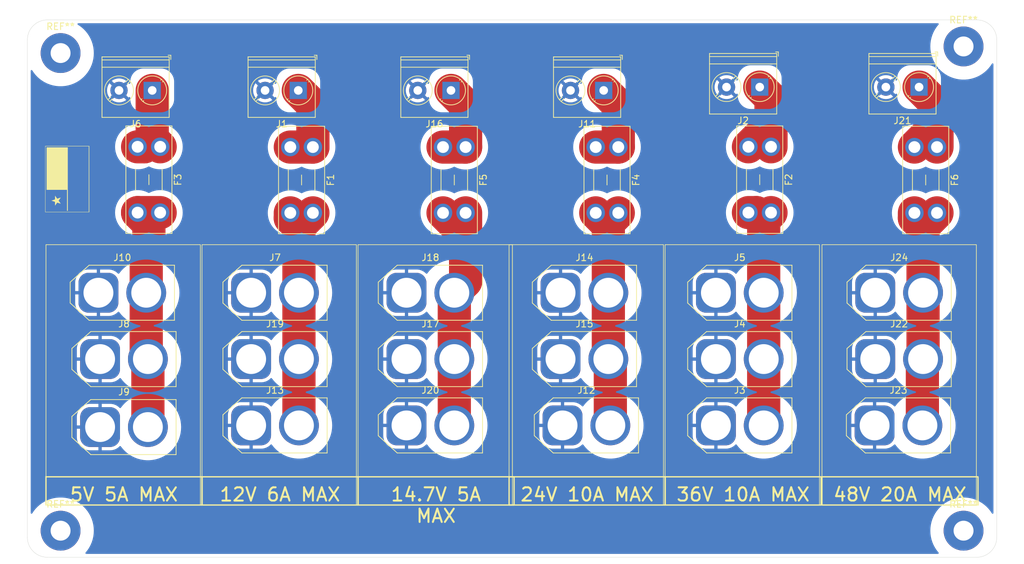
<source format=kicad_pcb>
(kicad_pcb (version 20240108) (generator "pcbnew") (generator_version "8.0")
  (layers (0 "F.Cu" signal) (31 "B.Cu" signal) (34 "B.Paste" user) (35 "F.Paste" user) (36 "B.SilkS" user "B.Silkscreen") (37 "F.SilkS" user "F.Silkscreen") (38 "B.Mask" user) (39 "F.Mask" user) (44 "Edge.Cuts" user))
  (net 0 "")
  (net 1 "Net-(J1-Pin_1)")
  (net 2 "Net-(J13-Pin_2)")
  (net 3 "Net-(J3-Pin_2)")
  (net 4 "Net-(J2-Pin_1)")
  (net 5 "Net-(J11-Pin_1)")
  (net 6 "Net-(J12-Pin_2)")
  (net 7 "Net-(J17-Pin_2)")
  (net 8 "Net-(J16-Pin_1)")
  (net 9 "Net-(J21-Pin_1)")
  (net 10 "Net-(J22-Pin_2)")
  (net 11 "Net-(J10-Pin_2)")
  (net 12 "Net-(J6-Pin_1)")
  (net 13 "GND")
  (footprint "Connector_AMASS:AMASS_XT60-M_1x02_P7.20mm_Vertical" (layer "F.Cu") (at 150.6 117.13)
    (property "Reference" "J23" (at 3.6 -5.3 180) (layer "F.SilkS"))
    (property "Value" "Conn_01x02_Pin")
    (fp_line (start -4.25 -1.6) (end -4.25 1.55) (stroke (width 0.12)) (layer "F.SilkS"))
    (fp_line (start -4.25 1.55) (end -1.4 4.15) (stroke (width 0.12)) (layer "F.SilkS"))
    (fp_line (start -1.4 -4.15) (end -4.25 -1.6) (stroke (width 0.12)) (layer "F.SilkS"))
    (fp_line (start -1.4 4.15) (end 11.45 4.15) (stroke (width 0.12)) (layer "F.SilkS"))
    (fp_line (start 11.45 -4.15) (end -1.4 -4.15) (stroke (width 0.12)) (layer "F.SilkS"))
    (fp_line (start 11.45 4.15) (end 11.45 -4.15) (stroke (width 0.12)) (layer "F.SilkS"))
    (pad "1" thru_hole roundrect (at 0 0) (size 6 6) (drill 4.5) (layers "*.Cu" "*.Mask") (net 13 "GND"))
    (pad "2" thru_hole circle (at 7.2 0) (size 6 6) (drill 4.5) (layers "*.Cu" "*.Mask") (net 10 "Net-(J22-Pin_2)"))
  )
  (footprint "Fuse:Fuseholder_Blade_Mini_Keystone_3568" (layer "F.Cu") (at 160 75.17 -90)
    (property "Reference" "F6" (at 4.96 -2.67 90) (layer "F.SilkS"))
    (property "Value" "Fuse")
    (fp_line (start -3.14 5.17) (end 13.06 5.17) (stroke (width 0.12)) (layer "F.SilkS"))
    (fp_line (start 13.06 5.17) (end 13.06 -1.77) (stroke (width 0.12)) (layer "F.SilkS"))
    (fp_line (start 6.56 3.7) (end 3.36 3.7) (stroke (width 0.12)) (layer "F.SilkS"))
    (fp_line (start 4.21 1.7) (end 5.71 1.7) (stroke (width 0.12)) (layer "F.SilkS"))
    (fp_line (start 3.36 -0.3) (end 6.56 -0.3) (stroke (width 0.12)) (layer "F.SilkS"))
    (fp_line (start -3.14 -1.77) (end -3.14 5.17) (stroke (width 0.12)) (layer "F.SilkS"))
    (fp_line (start 13.06 -1.77) (end -3.14 -1.77) (stroke (width 0.12)) (layer "F.SilkS"))
    (pad "1" thru_hole circle (at 0 0 270) (size 2.78 2.78) (drill 1.78) (layers "*.Cu" "*.Mask") (net 9 "Net-(J21-Pin_1)"))
    (pad "1" thru_hole circle (at 0 3.4 270) (size 2.78 2.78) (drill 1.78) (layers "*.Cu" "*.Mask") (net 9 "Net-(J21-Pin_1)"))
    (pad "2" thru_hole circle (at 9.92 0 270) (size 2.78 2.78) (drill 1.78) (layers "*.Cu" "*.Mask") (net 10 "Net-(J22-Pin_2)"))
    (pad "2" thru_hole circle (at 9.92 3.4 270) (size 2.78 2.78) (drill 1.78) (layers "*.Cu" "*.Mask") (net 10 "Net-(J22-Pin_2)"))
  )
  (footprint "Connector_AMASS:AMASS_XT60-M_1x02_P7.20mm_Vertical" (layer "F.Cu") (at 126.7 97.13)
    (property "Reference" "J5" (at 3.6 -5.3 0) (layer "F.SilkS"))
    (property "Value" "Conn_01x02_Pin")
    (fp_line (start -4.25 -1.6) (end -4.25 1.55) (stroke (width 0.12)) (layer "F.SilkS"))
    (fp_line (start -4.25 1.55) (end -1.4 4.15) (stroke (width 0.12)) (layer "F.SilkS"))
    (fp_line (start -1.4 -4.15) (end -4.25 -1.6) (stroke (width 0.12)) (layer "F.SilkS"))
    (fp_line (start -1.4 4.15) (end 11.45 4.15) (stroke (width 0.12)) (layer "F.SilkS"))
    (fp_line (start 11.45 -4.15) (end -1.4 -4.15) (stroke (width 0.12)) (layer "F.SilkS"))
    (fp_line (start 11.45 4.15) (end 11.45 -4.15) (stroke (width 0.12)) (layer "F.SilkS"))
    (pad "1" thru_hole roundrect (at 0 0) (size 6 6) (drill 4.5) (layers "*.Cu" "*.Mask") (net 13 "GND"))
    (pad "2" thru_hole circle (at 7.2 0) (size 6 6) (drill 4.5) (layers "*.Cu" "*.Mask") (net 3 "Net-(J3-Pin_2)"))
  )
  (footprint "Connector_AMASS:AMASS_XT60-M_1x02_P7.20mm_Vertical" (layer "F.Cu") (at 80.1 107.13)
    (property "Reference" "J17" (at 3.6 -5.3 180) (layer "F.SilkS"))
    (property "Value" "Conn_01x02_Pin")
    (fp_line (start -4.25 -1.6) (end -4.25 1.55) (stroke (width 0.12)) (layer "F.SilkS"))
    (fp_line (start -4.25 1.55) (end -1.4 4.15) (stroke (width 0.12)) (layer "F.SilkS"))
    (fp_line (start -1.4 -4.15) (end -4.25 -1.6) (stroke (width 0.12)) (layer "F.SilkS"))
    (fp_line (start -1.4 4.15) (end 11.45 4.15) (stroke (width 0.12)) (layer "F.SilkS"))
    (fp_line (start 11.45 -4.15) (end -1.4 -4.15) (stroke (width 0.12)) (layer "F.SilkS"))
    (fp_line (start 11.45 4.15) (end 11.45 -4.15) (stroke (width 0.12)) (layer "F.SilkS"))
    (pad "1" thru_hole roundrect (at 0 0) (size 6 6) (drill 4.5) (layers "*.Cu" "*.Mask") (net 13 "GND"))
    (pad "2" thru_hole circle (at 7.2 0) (size 6 6) (drill 4.5) (layers "*.Cu" "*.Mask") (net 7 "Net-(J17-Pin_2)"))
  )
  (footprint "Connector_AMASS:AMASS_XT60-M_1x02_P7.20mm_Vertical" (layer "F.Cu") (at 33.95 117.38)
    (property "Reference" "J9" (at 3.6 -5.3 180) (layer "F.SilkS"))
    (property "Value" "Conn_01x02_Pin")
    (fp_line (start -4.25 -1.6) (end -4.25 1.55) (stroke (width 0.12)) (layer "F.SilkS"))
    (fp_line (start -4.25 1.55) (end -1.4 4.15) (stroke (width 0.12)) (layer "F.SilkS"))
    (fp_line (start -1.4 -4.15) (end -4.25 -1.6) (stroke (width 0.12)) (layer "F.SilkS"))
    (fp_line (start -1.4 4.15) (end 11.45 4.15) (stroke (width 0.12)) (layer "F.SilkS"))
    (fp_line (start 11.45 -4.15) (end -1.4 -4.15) (stroke (width 0.12)) (layer "F.SilkS"))
    (fp_line (start 11.45 4.15) (end 11.45 -4.15) (stroke (width 0.12)) (layer "F.SilkS"))
    (pad "1" thru_hole roundrect (at 0 0) (size 6 6) (drill 4.5) (layers "*.Cu" "*.Mask") (net 13 "GND"))
    (pad "2" thru_hole circle (at 7.2 0) (size 6 6) (drill 4.5) (layers "*.Cu" "*.Mask") (net 11 "Net-(J10-Pin_2)"))
  )
  (footprint "Connector_AMASS:AMASS_XT60-M_1x02_P7.20mm_Vertical" (layer "F.Cu") (at 103.6 117.13)
    (property "Reference" "J12" (at 3.6 -5.3 180) (layer "F.SilkS"))
    (property "Value" "Conn_01x02_Pin")
    (fp_line (start -4.25 -1.6) (end -4.25 1.55) (stroke (width 0.12)) (layer "F.SilkS"))
    (fp_line (start -4.25 1.55) (end -1.4 4.15) (stroke (width 0.12)) (layer "F.SilkS"))
    (fp_line (start -1.4 -4.15) (end -4.25 -1.6) (stroke (width 0.12)) (layer "F.SilkS"))
    (fp_line (start -1.4 4.15) (end 11.45 4.15) (stroke (width 0.12)) (layer "F.SilkS"))
    (fp_line (start 11.45 -4.15) (end -1.4 -4.15) (stroke (width 0.12)) (layer "F.SilkS"))
    (fp_line (start 11.45 4.15) (end 11.45 -4.15) (stroke (width 0.12)) (layer "F.SilkS"))
    (pad "1" thru_hole roundrect (at 0 0) (size 6 6) (drill 4.5) (layers "*.Cu" "*.Mask") (net 13 "GND"))
    (pad "2" thru_hole circle (at 7.2 0) (size 6 6) (drill 4.5) (layers "*.Cu" "*.Mask") (net 6 "Net-(J12-Pin_2)"))
  )
  (footprint "MountingHole:MountingHole_3mm_Pad" (layer "F.Cu") (at 28 61)
    (property "Reference" "REF**" (at 0 -4 0) (layer "F.SilkS"))
    (property "Value" "MountingHole_3mm_Pad")
    (pad "1" thru_hole circle (at 0 0) (size 6 6) (drill 3) (layers "*.Cu" "*.Mask"))
  )
  (footprint "Fuse:Fuseholder_Blade_Mini_Keystone_3568" (layer "F.Cu") (at 66 75.17 -90)
    (property "Reference" "F1" (at 4.96 -2.67 90) (layer "F.SilkS"))
    (property "Value" "Fuse")
    (fp_line (start -3.14 5.17) (end 13.06 5.17) (stroke (width 0.12)) (layer "F.SilkS"))
    (fp_line (start 13.06 5.17) (end 13.06 -1.77) (stroke (width 0.12)) (layer "F.SilkS"))
    (fp_line (start 6.56 3.7) (end 3.36 3.7) (stroke (width 0.12)) (layer "F.SilkS"))
    (fp_line (start 4.21 1.7) (end 5.71 1.7) (stroke (width 0.12)) (layer "F.SilkS"))
    (fp_line (start 3.36 -0.3) (end 6.56 -0.3) (stroke (width 0.12)) (layer "F.SilkS"))
    (fp_line (start -3.14 -1.77) (end -3.14 5.17) (stroke (width 0.12)) (layer "F.SilkS"))
    (fp_line (start 13.06 -1.77) (end -3.14 -1.77) (stroke (width 0.12)) (layer "F.SilkS"))
    (pad "1" thru_hole circle (at 0 0 270) (size 2.78 2.78) (drill 1.78) (layers "*.Cu" "*.Mask") (net 1 "Net-(J1-Pin_1)"))
    (pad "1" thru_hole circle (at 0 3.4 270) (size 2.78 2.78) (drill 1.78) (layers "*.Cu" "*.Mask") (net 1 "Net-(J1-Pin_1)"))
    (pad "2" thru_hole circle (at 9.92 0 270) (size 2.78 2.78) (drill 1.78) (layers "*.Cu" "*.Mask") (net 2 "Net-(J13-Pin_2)"))
    (pad "2" thru_hole circle (at 9.92 3.4 270) (size 2.78 2.78) (drill 1.78) (layers "*.Cu" "*.Mask") (net 2 "Net-(J13-Pin_2)"))
  )
  (footprint "Connector_AMASS:AMASS_XT60-M_1x02_P7.20mm_Vertical" (layer "F.Cu") (at 80.1 117.13)
    (property "Reference" "J20" (at 3.6 -5.3 180) (layer "F.SilkS"))
    (property "Value" "Conn_01x02_Pin")
    (fp_line (start -4.25 -1.6) (end -4.25 1.55) (stroke (width 0.12)) (layer "F.SilkS"))
    (fp_line (start -4.25 1.55) (end -1.4 4.15) (stroke (width 0.12)) (layer "F.SilkS"))
    (fp_line (start -1.4 -4.15) (end -4.25 -1.6) (stroke (width 0.12)) (layer "F.SilkS"))
    (fp_line (start -1.4 4.15) (end 11.45 4.15) (stroke (width 0.12)) (layer "F.SilkS"))
    (fp_line (start 11.45 -4.15) (end -1.4 -4.15) (stroke (width 0.12)) (layer "F.SilkS"))
    (fp_line (start 11.45 4.15) (end 11.45 -4.15) (stroke (width 0.12)) (layer "F.SilkS"))
    (pad "1" thru_hole roundrect (at 0 0) (size 6 6) (drill 4.5) (layers "*.Cu" "*.Mask") (net 13 "GND"))
    (pad "2" thru_hole circle (at 7.2 0) (size 6 6) (drill 4.5) (layers "*.Cu" "*.Mask") (net 7 "Net-(J17-Pin_2)"))
  )
  (footprint "MountingHole:MountingHole_3mm_Pad" (layer "F.Cu") (at 164 133)
    (property "Reference" "REF**" (at 0 -4 0) (layer "F.SilkS"))
    (property "Value" "MountingHole_3mm_Pad")
    (pad "1" thru_hole circle (at 0 0) (size 6 6) (drill 3) (layers "*.Cu" "*.Mask"))
  )
  (footprint "Connector_AMASS:AMASS_XT60-M_1x02_P7.20mm_Vertical" (layer "F.Cu") (at 56.7 117.13)
    (property "Reference" "J13" (at 3.6 -5.3 180) (layer "F.SilkS"))
    (property "Value" "Conn_01x02_Pin")
    (fp_line (start -4.25 -1.6) (end -4.25 1.55) (stroke (width 0.12)) (layer "F.SilkS"))
    (fp_line (start -4.25 1.55) (end -1.4 4.15) (stroke (width 0.12)) (layer "F.SilkS"))
    (fp_line (start -1.4 -4.15) (end -4.25 -1.6) (stroke (width 0.12)) (layer "F.SilkS"))
    (fp_line (start -1.4 4.15) (end 11.45 4.15) (stroke (width 0.12)) (layer "F.SilkS"))
    (fp_line (start 11.45 -4.15) (end -1.4 -4.15) (stroke (width 0.12)) (layer "F.SilkS"))
    (fp_line (start 11.45 4.15) (end 11.45 -4.15) (stroke (width 0.12)) (layer "F.SilkS"))
    (pad "1" thru_hole roundrect (at 0 0) (size 6 6) (drill 4.5) (layers "*.Cu" "*.Mask") (net 13 "GND"))
    (pad "2" thru_hole circle (at 7.2 0) (size 6 6) (drill 4.5) (layers "*.Cu" "*.Mask") (net 2 "Net-(J13-Pin_2)"))
  )
  (footprint "TerminalBlock_Phoenix:TerminalBlock_Phoenix_PT-1,5-2-5.0-H_1x02_P5.00mm_Horizontal" (layer "F.Cu") (at 133.3 66.13 180)
    (property "Reference" "J2" (at 2.5 -5.06 0) (layer "F.SilkS"))
    (property "Value" "Screw_Terminal_01x02")
    (fp_line (start 7.56 -4.06) (end 7.56 5.06) (stroke (width 0.12)) (layer "F.SilkS"))
    (fp_line (start 6.654 -1.388) (end 6.259 -0.992) (stroke (width 0.12)) (layer "F.SilkS"))
    (fp_line (start 6.388 -1.654) (end 6.008 -1.274) (stroke (width 0.12)) (layer "F.SilkS"))
    (fp_line (start 3.993 1.274) (end 3.613 1.654) (stroke (width 0.12)) (layer "F.SilkS"))
    (fp_line (start 3.742 0.992) (end 3.347 1.388) (stroke (width 0.12)) (layer "F.SilkS"))
    (fp_line (start 1.654 -1.388) (end 1.547 -1.281) (stroke (width 0.12)) (layer "F.SilkS"))
    (fp_line (start 1.388 -1.654) (end 1.281 -1.547) (stroke (width 0.12)) (layer "F.SilkS"))
    (fp_line (start -1.282 1.547) (end -1.388 1.654) (stroke (width 0.12)) (layer "F.SilkS"))
    (fp_line (start -1.548 1.281) (end -1.654 1.388) (stroke (width 0.12)) (layer "F.SilkS"))
    (fp_line (start -2.56 5.06) (end 7.56 5.06) (stroke (width 0.12)) (layer "F.SilkS"))
    (fp_line (start -2.56 4.6) (end 7.56 4.6) (stroke (width 0.12)) (layer "F.SilkS"))
    (fp_line (start -2.56 3.5) (end 7.56 3.5) (stroke (width 0.12)) (layer "F.SilkS"))
    (fp_line (start -2.56 -4.06) (end 7.56 -4.06) (stroke (width 0.12)) (layer "F.SilkS"))
    (fp_line (start -2.56 -4.06) (end -2.56 5.06) (stroke (width 0.12)) (layer "F.SilkS"))
    (fp_line (start -2.8 5.3) (end -2.4 5.3) (stroke (width 0.12)) (layer "F.SilkS"))
    (fp_line (start -2.8 4.66) (end -2.8 5.3) (stroke (width 0.12)) (layer "F.SilkS"))
    (fp_circle (center 5 0) (end 7.18 0) (stroke (width 0.12)) (fill none) (layer "F.SilkS"))
    (fp_circle (center 0 0) (end 2.18 0) (stroke (width 0.12)) (fill none) (layer "F.SilkS"))
    (pad "1" thru_hole rect (at 0 0 180) (size 2.6 2.6) (drill 1.3) (layers "*.Cu" "*.Mask") (net 4 "Net-(J2-Pin_1)"))
    (pad "2" thru_hole circle (at 5 0 180) (size 2.6 2.6) (drill 1.3) (layers "*.Cu" "*.Mask") (net 13 "GND"))
  )
  (footprint "Connector_AMASS:AMASS_XT60-M_1x02_P7.20mm_Vertical" (layer "F.Cu") (at 126.7 107.13)
    (property "Reference" "J4" (at 3.6 -5.3 0) (layer "F.SilkS"))
    (property "Value" "Conn_01x02_Pin")
    (fp_line (start -4.25 -1.6) (end -4.25 1.55) (stroke (width 0.12)) (layer "F.SilkS"))
    (fp_line (start -4.25 1.55) (end -1.4 4.15) (stroke (width 0.12)) (layer "F.SilkS"))
    (fp_line (start -1.4 -4.15) (end -4.25 -1.6) (stroke (width 0.12)) (layer "F.SilkS"))
    (fp_line (start -1.4 4.15) (end 11.45 4.15) (stroke (width 0.12)) (layer "F.SilkS"))
    (fp_line (start 11.45 -4.15) (end -1.4 -4.15) (stroke (width 0.12)) (layer "F.SilkS"))
    (fp_line (start 11.45 4.15) (end 11.45 -4.15) (stroke (width 0.12)) (layer "F.SilkS"))
    (pad "1" thru_hole roundrect (at 0 0) (size 6 6) (drill 4.5) (layers "*.Cu" "*.Mask") (net 13 "GND"))
    (pad "2" thru_hole circle (at 7.2 0) (size 6 6) (drill 4.5) (layers "*.Cu" "*.Mask") (net 3 "Net-(J3-Pin_2)"))
  )
  (footprint "Connector_AMASS:AMASS_XT60-M_1x02_P7.20mm_Vertical" (layer "F.Cu") (at 80.1 97.13)
    (property "Reference" "J18" (at 3.6 -5.3 180) (layer "F.SilkS"))
    (property "Value" "Conn_01x02_Pin")
    (fp_line (start -4.25 -1.6) (end -4.25 1.55) (stroke (width 0.12)) (layer "F.SilkS"))
    (fp_line (start -4.25 1.55) (end -1.4 4.15) (stroke (width 0.12)) (layer "F.SilkS"))
    (fp_line (start -1.4 -4.15) (end -4.25 -1.6) (stroke (width 0.12)) (layer "F.SilkS"))
    (fp_line (start -1.4 4.15) (end 11.45 4.15) (stroke (width 0.12)) (layer "F.SilkS"))
    (fp_line (start 11.45 -4.15) (end -1.4 -4.15) (stroke (width 0.12)) (layer "F.SilkS"))
    (fp_line (start 11.45 4.15) (end 11.45 -4.15) (stroke (width 0.12)) (layer "F.SilkS"))
    (pad "1" thru_hole roundrect (at 0 0) (size 6 6) (drill 4.5) (layers "*.Cu" "*.Mask") (net 13 "GND"))
    (pad "2" thru_hole circle (at 7.2 0) (size 6 6) (drill 4.5) (layers "*.Cu" "*.Mask") (net 7 "Net-(J17-Pin_2)"))
  )
  (footprint "Connector_AMASS:AMASS_XT60-M_1x02_P7.20mm_Vertical" (layer "F.Cu") (at 33.95 107.13)
    (property "Reference" "J8" (at 3.6 -5.3 180) (layer "F.SilkS"))
    (property "Value" "Conn_01x02_Pin")
    (fp_line (start -4.25 -1.6) (end -4.25 1.55) (stroke (width 0.12)) (layer "F.SilkS"))
    (fp_line (start -4.25 1.55) (end -1.4 4.15) (stroke (width 0.12)) (layer "F.SilkS"))
    (fp_line (start -1.4 -4.15) (end -4.25 -1.6) (stroke (width 0.12)) (layer "F.SilkS"))
    (fp_line (start -1.4 4.15) (end 11.45 4.15) (stroke (width 0.12)) (layer "F.SilkS"))
    (fp_line (start 11.45 -4.15) (end -1.4 -4.15) (stroke (width 0.12)) (layer "F.SilkS"))
    (fp_line (start 11.45 4.15) (end 11.45 -4.15) (stroke (width 0.12)) (layer "F.SilkS"))
    (pad "1" thru_hole roundrect (at 0 0) (size 6 6) (drill 4.5) (layers "*.Cu" "*.Mask") (net 13 "GND"))
    (pad "2" thru_hole circle (at 7.2 0) (size 6 6) (drill 4.5) (layers "*.Cu" "*.Mask") (net 11 "Net-(J10-Pin_2)"))
  )
  (footprint "Fuse:Fuseholder_Blade_Mini_Keystone_3568" (layer "F.Cu") (at 89 75.17 -90)
    (property "Reference" "F5" (at 4.96 -2.67 90) (layer "F.SilkS"))
    (property "Value" "Fuse")
    (fp_line (start -3.14 5.17) (end 13.06 5.17) (stroke (width 0.12)) (layer "F.SilkS"))
    (fp_line (start 13.06 5.17) (end 13.06 -1.77) (stroke (width 0.12)) (layer "F.SilkS"))
    (fp_line (start 6.56 3.7) (end 3.36 3.7) (stroke (width 0.12)) (layer "F.SilkS"))
    (fp_line (start 4.21 1.7) (end 5.71 1.7) (stroke (width 0.12)) (layer "F.SilkS"))
    (fp_line (start 3.36 -0.3) (end 6.56 -0.3) (stroke (width 0.12)) (layer "F.SilkS"))
    (fp_line (start -3.14 -1.77) (end -3.14 5.17) (stroke (width 0.12)) (layer "F.SilkS"))
    (fp_line (start 13.06 -1.77) (end -3.14 -1.77) (stroke (width 0.12)) (layer "F.SilkS"))
    (pad "1" thru_hole circle (at 0 0 270) (size 2.78 2.78) (drill 1.78) (layers "*.Cu" "*.Mask") (net 8 "Net-(J16-Pin_1)"))
    (pad "1" thru_hole circle (at 0 3.4 270) (size 2.78 2.78) (drill 1.78) (layers "*.Cu" "*.Mask") (net 8 "Net-(J16-Pin_1)"))
    (pad "2" thru_hole circle (at 9.92 0 270) (size 2.78 2.78) (drill 1.78) (layers "*.Cu" "*.Mask") (net 7 "Net-(J17-Pin_2)"))
    (pad "2" thru_hole circle (at 9.92 3.4 270) (size 2.78 2.78) (drill 1.78) (layers "*.Cu" "*.Mask") (net 7 "Net-(J17-Pin_2)"))
  )
  (footprint "Connector_AMASS:AMASS_XT60-M_1x02_P7.20mm_Vertical" (layer "F.Cu") (at 56.7 97.13)
    (property "Reference" "J7" (at 3.6 -5.3 180) (layer "F.SilkS"))
    (property "Value" "Conn_01x02_Pin")
    (fp_line (start -4.25 -1.6) (end -4.25 1.55) (stroke (width 0.12)) (layer "F.SilkS"))
    (fp_line (start -4.25 1.55) (end -1.4 4.15) (stroke (width 0.12)) (layer "F.SilkS"))
    (fp_line (start -1.4 -4.15) (end -4.25 -1.6) (stroke (width 0.12)) (layer "F.SilkS"))
    (fp_line (start -1.4 4.15) (end 11.45 4.15) (stroke (width 0.12)) (layer "F.SilkS"))
    (fp_line (start 11.45 -4.15) (end -1.4 -4.15) (stroke (width 0.12)) (layer "F.SilkS"))
    (fp_line (start 11.45 4.15) (end 11.45 -4.15) (stroke (width 0.12)) (layer "F.SilkS"))
    (pad "1" thru_hole roundrect (at 0 0) (size 6 6) (drill 4.5) (layers "*.Cu" "*.Mask") (net 13 "GND"))
    (pad "2" thru_hole circle (at 7.2 0) (size 6 6) (drill 4.5) (layers "*.Cu" "*.Mask") (net 2 "Net-(J13-Pin_2)"))
  )
  (footprint "Connector_AMASS:AMASS_XT60-M_1x02_P7.20mm_Vertical" (layer "F.Cu") (at 150.7 97.13)
    (property "Reference" "J24" (at 3.6 -5.3 180) (layer "F.SilkS"))
    (property "Value" "Conn_01x02_Pin")
    (fp_line (start -4.25 -1.6) (end -4.25 1.55) (stroke (width 0.12)) (layer "F.SilkS"))
    (fp_line (start -4.25 1.55) (end -1.4 4.15) (stroke (width 0.12)) (layer "F.SilkS"))
    (fp_line (start -1.4 -4.15) (end -4.25 -1.6) (stroke (width 0.12)) (layer "F.SilkS"))
    (fp_line (start -1.4 4.15) (end 11.45 4.15) (stroke (width 0.12)) (layer "F.SilkS"))
    (fp_line (start 11.45 -4.15) (end -1.4 -4.15) (stroke (width 0.12)) (layer "F.SilkS"))
    (fp_line (start 11.45 4.15) (end 11.45 -4.15) (stroke (width 0.12)) (layer "F.SilkS"))
    (pad "1" thru_hole roundrect (at 0 0) (size 6 6) (drill 4.5) (layers "*.Cu" "*.Mask") (net 13 "GND"))
    (pad "2" thru_hole circle (at 7.2 0) (size 6 6) (drill 4.5) (layers "*.Cu" "*.Mask") (net 10 "Net-(J22-Pin_2)"))
  )
  (footprint "Connector_AMASS:AMASS_XT60-M_1x02_P7.20mm_Vertical" (layer "F.Cu") (at 103.3 107.13)
    (property "Reference" "J15" (at 3.6 -5.3 180) (layer "F.SilkS"))
    (property "Value" "Conn_01x02_Pin")
    (fp_line (start -4.25 -1.6) (end -4.25 1.55) (stroke (width 0.12)) (layer "F.SilkS"))
    (fp_line (start -4.25 1.55) (end -1.4 4.15) (stroke (width 0.12)) (layer "F.SilkS"))
    (fp_line (start -1.4 -4.15) (end -4.25 -1.6) (stroke (width 0.12)) (layer "F.SilkS"))
    (fp_line (start -1.4 4.15) (end 11.45 4.15) (stroke (width 0.12)) (layer "F.SilkS"))
    (fp_line (start 11.45 -4.15) (end -1.4 -4.15) (stroke (width 0.12)) (layer "F.SilkS"))
    (fp_line (start 11.45 4.15) (end 11.45 -4.15) (stroke (width 0.12)) (layer "F.SilkS"))
    (pad "1" thru_hole roundrect (at 0 0) (size 6 6) (drill 4.5) (layers "*.Cu" "*.Mask") (net 13 "GND"))
    (pad "2" thru_hole circle (at 7.2 0) (size 6 6) (drill 4.5) (layers "*.Cu" "*.Mask") (net 6 "Net-(J12-Pin_2)"))
  )
  (footprint "Fuse:Fuseholder_Blade_Mini_Keystone_3568" (layer "F.Cu") (at 43 75.13 -90)
    (property "Reference" "F3" (at 4.96 -2.67 90) (layer "F.SilkS"))
    (property "Value" "Fuse")
    (fp_line (start -3.14 5.17) (end 13.06 5.17) (stroke (width 0.12)) (layer "F.SilkS"))
    (fp_line (start 13.06 5.17) (end 13.06 -1.77) (stroke (width 0.12)) (layer "F.SilkS"))
    (fp_line (start 6.56 3.7) (end 3.36 3.7) (stroke (width 0.12)) (layer "F.SilkS"))
    (fp_line (start 4.21 1.7) (end 5.71 1.7) (stroke (width 0.12)) (layer "F.SilkS"))
    (fp_line (start 3.36 -0.3) (end 6.56 -0.3) (stroke (width 0.12)) (layer "F.SilkS"))
    (fp_line (start -3.14 -1.77) (end -3.14 5.17) (stroke (width 0.12)) (layer "F.SilkS"))
    (fp_line (start 13.06 -1.77) (end -3.14 -1.77) (stroke (width 0.12)) (layer "F.SilkS"))
    (pad "1" thru_hole circle (at 0 0 270) (size 2.78 2.78) (drill 1.78) (layers "*.Cu" "*.Mask") (net 12 "Net-(J6-Pin_1)"))
    (pad "1" thru_hole circle (at 0 3.4 270) (size 2.78 2.78) (drill 1.78) (layers "*.Cu" "*.Mask") (net 12 "Net-(J6-Pin_1)"))
    (pad "2" thru_hole circle (at 9.92 0 270) (size 2.78 2.78) (drill 1.78) (layers "*.Cu" "*.Mask") (net 11 "Net-(J10-Pin_2)"))
    (pad "2" thru_hole circle (at 9.92 3.4 270) (size 2.78 2.78) (drill 1.78) (layers "*.Cu" "*.Mask") (net 11 "Net-(J10-Pin_2)"))
  )
  (footprint "TerminalBlock_Phoenix:TerminalBlock_Phoenix_PT-1,5-2-5.0-H_1x02_P5.00mm_Horizontal" (layer "F.Cu") (at 41.8 66.63 180)
    (property "Reference" "J6" (at 2.5 -5.06 0) (layer "F.SilkS"))
    (property "Value" "Screw_Terminal_01x02")
    (fp_line (start 7.56 -4.06) (end 7.56 5.06) (stroke (width 0.12)) (layer "F.SilkS"))
    (fp_line (start 6.654 -1.388) (end 6.259 -0.992) (stroke (width 0.12)) (layer "F.SilkS"))
    (fp_line (start 6.388 -1.654) (end 6.008 -1.274) (stroke (width 0.12)) (layer "F.SilkS"))
    (fp_line (start 3.993 1.274) (end 3.613 1.654) (stroke (width 0.12)) (layer "F.SilkS"))
    (fp_line (start 3.742 0.992) (end 3.347 1.388) (stroke (width 0.12)) (layer "F.SilkS"))
    (fp_line (start 1.654 -1.388) (end 1.547 -1.281) (stroke (width 0.12)) (layer "F.SilkS"))
    (fp_line (start 1.388 -1.654) (end 1.281 -1.547) (stroke (width 0.12)) (layer "F.SilkS"))
    (fp_line (start -1.282 1.547) (end -1.388 1.654) (stroke (width 0.12)) (layer "F.SilkS"))
    (fp_line (start -1.548 1.281) (end -1.654 1.388) (stroke (width 0.12)) (layer "F.SilkS"))
    (fp_line (start -2.56 5.06) (end 7.56 5.06) (stroke (width 0.12)) (layer "F.SilkS"))
    (fp_line (start -2.56 4.6) (end 7.56 4.6) (stroke (width 0.12)) (layer "F.SilkS"))
    (fp_line (start -2.56 3.5) (end 7.56 3.5) (stroke (width 0.12)) (layer "F.SilkS"))
    (fp_line (start -2.56 -4.06) (end 7.56 -4.06) (stroke (width 0.12)) (layer "F.SilkS"))
    (fp_line (start -2.56 -4.06) (end -2.56 5.06) (stroke (width 0.12)) (layer "F.SilkS"))
    (fp_line (start -2.8 5.3) (end -2.4 5.3) (stroke (width 0.12)) (layer "F.SilkS"))
    (fp_line (start -2.8 4.66) (end -2.8 5.3) (stroke (width 0.12)) (layer "F.SilkS"))
    (fp_circle (center 5 0) (end 7.18 0) (stroke (width 0.12)) (fill none) (layer "F.SilkS"))
    (fp_circle (center 0 0) (end 2.18 0) (stroke (width 0.12)) (fill none) (layer "F.SilkS"))
    (pad "1" thru_hole rect (at 0 0 180) (size 2.6 2.6) (drill 1.3) (layers "*.Cu" "*.Mask") (net 12 "Net-(J6-Pin_1)"))
    (pad "2" thru_hole circle (at 5 0 180) (size 2.6 2.6) (drill 1.3) (layers "*.Cu" "*.Mask") (net 13 "GND"))
  )
  (footprint "TerminalBlock_Phoenix:TerminalBlock_Phoenix_PT-1,5-2-5.0-H_1x02_P5.00mm_Horizontal" (layer "F.Cu") (at 86.8 66.63 180)
    (property "Reference" "J16" (at 2.5 -5.06 0) (layer "F.SilkS"))
    (property "Value" "Screw_Terminal_01x02")
    (fp_line (start 7.56 -4.06) (end 7.56 5.06) (stroke (width 0.12)) (layer "F.SilkS"))
    (fp_line (start 6.654 -1.388) (end 6.259 -0.992) (stroke (width 0.12)) (layer "F.SilkS"))
    (fp_line (start 6.388 -1.654) (end 6.008 -1.274) (stroke (width 0.12)) (layer "F.SilkS"))
    (fp_line (start 3.993 1.274) (end 3.613 1.654) (stroke (width 0.12)) (layer "F.SilkS"))
    (fp_line (start 3.742 0.992) (end 3.347 1.388) (stroke (width 0.12)) (layer "F.SilkS"))
    (fp_line (start 1.654 -1.388) (end 1.547 -1.281) (stroke (width 0.12)) (layer "F.SilkS"))
    (fp_line (start 1.388 -1.654) (end 1.281 -1.547) (stroke (width 0.12)) (layer "F.SilkS"))
    (fp_line (start -1.282 1.547) (end -1.388 1.654) (stroke (width 0.12)) (layer "F.SilkS"))
    (fp_line (start -1.548 1.281) (end -1.654 1.388) (stroke (width 0.12)) (layer "F.SilkS"))
    (fp_line (start -2.56 5.06) (end 7.56 5.06) (stroke (width 0.12)) (layer "F.SilkS"))
    (fp_line (start -2.56 4.6) (end 7.56 4.6) (stroke (width 0.12)) (layer "F.SilkS"))
    (fp_line (start -2.56 3.5) (end 7.56 3.5) (stroke (width 0.12)) (layer "F.SilkS"))
    (fp_line (start -2.56 -4.06) (end 7.56 -4.06) (stroke (width 0.12)) (layer "F.SilkS"))
    (fp_line (start -2.56 -4.06) (end -2.56 5.06) (stroke (width 0.12)) (layer "F.SilkS"))
    (fp_line (start -2.8 5.3) (end -2.4 5.3) (stroke (width 0.12)) (layer "F.SilkS"))
    (fp_line (start -2.8 4.66) (end -2.8 5.3) (stroke (width 0.12)) (layer "F.SilkS"))
    (fp_circle (center 5 0) (end 7.18 0) (stroke (width 0.12)) (fill none) (layer "F.SilkS"))
    (fp_circle (center 0 0) (end 2.18 0) (stroke (width 0.12)) (fill none) (layer "F.SilkS"))
    (pad "1" thru_hole rect (at 0 0 180) (size 2.6 2.6) (drill 1.3) (layers "*.Cu" "*.Mask") (net 8 "Net-(J16-Pin_1)"))
    (pad "2" thru_hole circle (at 5 0 180) (size 2.6 2.6) (drill 1.3) (layers "*.Cu" "*.Mask") (net 13 "GND"))
  )
  (footprint "TerminalBlock_Phoenix:TerminalBlock_Phoenix_PT-1,5-2-5.0-H_1x02_P5.00mm_Horizontal" (layer "F.Cu") (at 109.8 66.63 180)
    (property "Reference" "J11" (at 2.5 -5.06 0) (layer "F.SilkS"))
    (property "Value" "Screw_Terminal_01x02")
    (fp_line (start 7.56 -4.06) (end 7.56 5.06) (stroke (width 0.12)) (layer "F.SilkS"))
    (fp_line (start 6.654 -1.388) (end 6.259 -0.992) (stroke (width 0.12)) (layer "F.SilkS"))
    (fp_line (start 6.388 -1.654) (end 6.008 -1.274) (stroke (width 0.12)) (layer "F.SilkS"))
    (fp_line (start 3.993 1.274) (end 3.613 1.654) (stroke (width 0.12)) (layer "F.SilkS"))
    (fp_line (start 3.742 0.992) (end 3.347 1.388) (stroke (width 0.12)) (layer "F.SilkS"))
    (fp_line (start 1.654 -1.388) (end 1.547 -1.281) (stroke (width 0.12)) (layer "F.SilkS"))
    (fp_line (start 1.388 -1.654) (end 1.281 -1.547) (stroke (width 0.12)) (layer "F.SilkS"))
    (fp_line (start -1.282 1.547) (end -1.388 1.654) (stroke (width 0.12)) (layer "F.SilkS"))
    (fp_line (start -1.548 1.281) (end -1.654 1.388) (stroke (width 0.12)) (layer "F.SilkS"))
    (fp_line (start -2.56 5.06) (end 7.56 5.06) (stroke (width 0.12)) (layer "F.SilkS"))
    (fp_line (start -2.56 4.6) (end 7.56 4.6) (stroke (width 0.12)) (layer "F.SilkS"))
    (fp_line (start -2.56 3.5) (end 7.56 3.5) (stroke (width 0.12)) (layer "F.SilkS"))
    (fp_line (start -2.56 -4.06) (end 7.56 -4.06) (stroke (width 0.12)) (layer "F.SilkS"))
    (fp_line (start -2.56 -4.06) (end -2.56 5.06) (stroke (width 0.12)) (layer "F.SilkS"))
    (fp_line (start -2.8 5.3) (end -2.4 5.3) (stroke (width 0.12)) (layer "F.SilkS"))
    (fp_line (start -2.8 4.66) (end -2.8 5.3) (stroke (width 0.12)) (layer "F.SilkS"))
    (fp_circle (center 5 0) (end 7.18 0) (stroke (width 0.12)) (fill none) (layer "F.SilkS"))
    (fp_circle (center 0 0) (end 2.18 0) (stroke (width 0.12)) (fill none) (layer "F.SilkS"))
    (pad "1" thru_hole rect (at 0 0 180) (size 2.6 2.6) (drill 1.3) (layers "*.Cu" "*.Mask") (net 5 "Net-(J11-Pin_1)"))
    (pad "2" thru_hole circle (at 5 0 180) (size 2.6 2.6) (drill 1.3) (layers "*.Cu" "*.Mask") (net 13 "GND"))
  )
  (footprint "Connector_AMASS:AMASS_XT60-M_1x02_P7.20mm_Vertical" (layer "F.Cu") (at 126.7 117.13)
    (property "Reference" "J3" (at 3.6 -5.3 0) (layer "F.SilkS"))
    (property "Value" "Conn_01x02_Pin")
    (fp_line (start -4.25 -1.6) (end -4.25 1.55) (stroke (width 0.12)) (layer "F.SilkS"))
    (fp_line (start -4.25 1.55) (end -1.4 4.15) (stroke (width 0.12)) (layer "F.SilkS"))
    (fp_line (start -1.4 -4.15) (end -4.25 -1.6) (stroke (width 0.12)) (layer "F.SilkS"))
    (fp_line (start -1.4 4.15) (end 11.45 4.15) (stroke (width 0.12)) (layer "F.SilkS"))
    (fp_line (start 11.45 -4.15) (end -1.4 -4.15) (stroke (width 0.12)) (layer "F.SilkS"))
    (fp_line (start 11.45 4.15) (end 11.45 -4.15) (stroke (width 0.12)) (layer "F.SilkS"))
    (pad "1" thru_hole roundrect (at 0 0) (size 6 6) (drill 4.5) (layers "*.Cu" "*.Mask") (net 13 "GND"))
    (pad "2" thru_hole circle (at 7.2 0) (size 6 6) (drill 4.5) (layers "*.Cu" "*.Mask") (net 3 "Net-(J3-Pin_2)"))
  )
  (footprint "TerminalBlock_Phoenix:TerminalBlock_Phoenix_PT-1,5-2-5.0-H_1x02_P5.00mm_Horizontal" (layer "F.Cu") (at 63.8 66.63 180)
    (property "Reference" "J1" (at 2.5 -5.06 0) (layer "F.SilkS"))
    (property "Value" "Screw_Terminal_01x02")
    (fp_line (start 7.56 -4.06) (end 7.56 5.06) (stroke (width 0.12)) (layer "F.SilkS"))
    (fp_line (start 6.654 -1.388) (end 6.259 -0.992) (stroke (width 0.12)) (layer "F.SilkS"))
    (fp_line (start 6.388 -1.654) (end 6.008 -1.274) (stroke (width 0.12)) (layer "F.SilkS"))
    (fp_line (start 3.993 1.274) (end 3.613 1.654) (stroke (width 0.12)) (layer "F.SilkS"))
    (fp_line (start 3.742 0.992) (end 3.347 1.388) (stroke (width 0.12)) (layer "F.SilkS"))
    (fp_line (start 1.654 -1.388) (end 1.547 -1.281) (stroke (width 0.12)) (layer "F.SilkS"))
    (fp_line (start 1.388 -1.654) (end 1.281 -1.547) (stroke (width 0.12)) (layer "F.SilkS"))
    (fp_line (start -1.282 1.547) (end -1.388 1.654) (stroke (width 0.12)) (layer "F.SilkS"))
    (fp_line (start -1.548 1.281) (end -1.654 1.388) (stroke (width 0.12)) (layer "F.SilkS"))
    (fp_line (start -2.56 5.06) (end 7.56 5.06) (stroke (width 0.12)) (layer "F.SilkS"))
    (fp_line (start -2.56 4.6) (end 7.56 4.6) (stroke (width 0.12)) (layer "F.SilkS"))
    (fp_line (start -2.56 3.5) (end 7.56 3.5) (stroke (width 0.12)) (layer "F.SilkS"))
    (fp_line (start -2.56 -4.06) (end 7.56 -4.06) (stroke (width 0.12)) (layer "F.SilkS"))
    (fp_line (start -2.56 -4.06) (end -2.56 5.06) (stroke (width 0.12)) (layer "F.SilkS"))
    (fp_line (start -2.8 5.3) (end -2.4 5.3) (stroke (width 0.12)) (layer "F.SilkS"))
    (fp_line (start -2.8 4.66) (end -2.8 5.3) (stroke (width 0.12)) (layer "F.SilkS"))
    (fp_circle (center 5 0) (end 7.18 0) (stroke (width 0.12)) (fill none) (layer "F.SilkS"))
    (fp_circle (center 0 0) (end 2.18 0) (stroke (width 0.12)) (fill none) (layer "F.SilkS"))
    (pad "1" thru_hole rect (at 0 0 180) (size 2.6 2.6) (drill 1.3) (layers "*.Cu" "*.Mask") (net 1 "Net-(J1-Pin_1)"))
    (pad "2" thru_hole circle (at 5 0 180) (size 2.6 2.6) (drill 1.3) (layers "*.Cu" "*.Mask") (net 13 "GND"))
  )
  (footprint "Fuse:Fuseholder_Blade_Mini_Keystone_3568" (layer "F.Cu") (at 112 75.17 -90)
    (property "Reference" "F4" (at 4.96 -2.67 90) (layer "F.SilkS"))
    (property "Value" "Fuse")
    (fp_line (start -3.14 5.17) (end 13.06 5.17) (stroke (width 0.12)) (layer "F.SilkS"))
    (fp_line (start 13.06 5.17) (end 13.06 -1.77) (stroke (width 0.12)) (layer "F.SilkS"))
    (fp_line (start 6.56 3.7) (end 3.36 3.7) (stroke (width 0.12)) (layer "F.SilkS"))
    (fp_line (start 4.21 1.7) (end 5.71 1.7) (stroke (width 0.12)) (layer "F.SilkS"))
    (fp_line (start 3.36 -0.3) (end 6.56 -0.3) (stroke (width 0.12)) (layer "F.SilkS"))
    (fp_line (start -3.14 -1.77) (end -3.14 5.17) (stroke (width 0.12)) (layer "F.SilkS"))
    (fp_line (start 13.06 -1.77) (end -3.14 -1.77) (stroke (width 0.12)) (layer "F.SilkS"))
    (pad "1" thru_hole circle (at 0 0 270) (size 2.78 2.78) (drill 1.78) (layers "*.Cu" "*.Mask") (net 5 "Net-(J11-Pin_1)"))
    (pad "1" thru_hole circle (at 0 3.4 270) (size 2.78 2.78) (drill 1.78) (layers "*.Cu" "*.Mask") (net 5 "Net-(J11-Pin_1)"))
    (pad "2" thru_hole circle (at 9.92 0 270) (size 2.78 2.78) (drill 1.78) (layers "*.Cu" "*.Mask") (net 6 "Net-(J12-Pin_2)"))
    (pad "2" thru_hole circle (at 9.92 3.4 270) (size 2.78 2.78) (drill 1.78) (layers "*.Cu" "*.Mask") (net 6 "Net-(J12-Pin_2)"))
  )
  (footprint "Connector_AMASS:AMASS_XT60-M_1x02_P7.20mm_Vertical" (layer "F.Cu") (at 150.7 107.13)
    (property "Reference" "J22" (at 3.6 -5.3 180) (layer "F.SilkS"))
    (property "Value" "Conn_01x02_Pin")
    (fp_line (start -4.25 -1.6) (end -4.25 1.55) (stroke (width 0.12)) (layer "F.SilkS"))
    (fp_line (start -4.25 1.55) (end -1.4 4.15) (stroke (width 0.12)) (layer "F.SilkS"))
    (fp_line (start -1.4 -4.15) (end -4.25 -1.6) (stroke (width 0.12)) (layer "F.SilkS"))
    (fp_line (start -1.4 4.15) (end 11.45 4.15) (stroke (width 0.12)) (layer "F.SilkS"))
    (fp_line (start 11.45 -4.15) (end -1.4 -4.15) (stroke (width 0.12)) (layer "F.SilkS"))
    (fp_line (start 11.45 4.15) (end 11.45 -4.15) (stroke (width 0.12)) (layer "F.SilkS"))
    (pad "1" thru_hole roundrect (at 0 0) (size 6 6) (drill 4.5) (layers "*.Cu" "*.Mask") (net 13 "GND"))
    (pad "2" thru_hole circle (at 7.2 0) (size 6 6) (drill 4.5) (layers "*.Cu" "*.Mask") (net 10 "Net-(J22-Pin_2)"))
  )
  (footprint "graphics:chileflag_small_negative" (layer "F.Cu") (at 29 80 90)
    (property "Reference" "G***" (hide yes))
    (property "Value" "LOGO" (hide yes))
    (fp_poly (pts (xy 4.785686 -1.508666) (xy 4.785686 0.086563) (xy 0 0.086563) (xy -4.785687 0.086563) (xy -4.785687 0.024733) (xy -4.785687 -0.037098) (xy -3.202824 -0.037098) (xy -1.619961 -0.037098) (xy -1.619961 -1.570496) (xy -1.619961 -3.103895) (xy 1.582863 -3.103895) (xy 4.785686 -3.103895)) (fill solid) (layer "F.SilkS"))
    (fp_poly (pts (xy 5.008276 0.006183) (xy 5.008276 3.326485) (xy 0.006183 3.326485) (xy -4.99591 3.326485) (xy -4.99591 0.006183) (xy -4.99591 -0.012366) (xy -4.946446 -0.012366) (xy -4.946446 3.239922) (xy 0 3.239922) (xy 4.946446 3.239922) (xy 4.946446 -0.012366) (xy 4.946446 -3.264654) (xy 0 -3.264654) (xy -4.946446 -3.264654) (xy -4.946446 -0.012366) (xy -4.99591 -0.012366) (xy -4.99591 -3.314118) (xy 0.006183 -3.314118) (xy 5.008276 -3.314118)) (fill solid) (layer "F.SilkS"))
    (fp_poly (pts (xy -3.155828 -2.115827) (xy -3.064883 -1.842994) (xy -2.776162 -1.839681) (xy -2.487441 -1.836368) (xy -2.719968 -1.6708) (xy -2.952496 -1.505233) (xy -2.862208 -1.234971) (xy -2.832138 -1.143745) (xy -2.810148 -1.074058) (xy -2.795786 -1.02423) (xy -2.788603 -0.992586) (xy -2.788146 -0.977449) (xy -2.792605 -0.976249) (xy -2.808517 -0.986634) (xy -2.841258 -1.009116) (xy -2.887542 -1.041399) (xy -2.944085 -1.081187) (xy -3.007601 -1.126187) (xy -3.029592 -1.141832) (xy -3.245893 -1.295875) (xy -3.276914 -1.274099) (xy -3.296686 -1.260187) (xy -3.332855 -1.234707) (xy -3.381608 -1.200346) (xy -3.439133 -1.15979) (xy -3.499611 -1.117143) (xy -3.560551 -1.074235) (xy -3.615066 -1.035985) (xy -3.659728 -1.004787) (xy -3.691112 -0.983033) (xy -3.705792 -0.973117) (xy -3.705888 -0.973059) (xy -3.706427 -0.98153) (xy -3.699833 -1.010198) (xy -3.687022 -1.055873) (xy -3.668911 -1.115364) (xy -3.646415 -1.185483) (xy -3.634783 -1.220621) (xy -3.609656 -1.296698) (xy -3.587476 -1.365552) (xy -3.569385 -1.423497) (xy -3.556525 -1.466849) (xy -3.550038 -1.491921) (xy -3.549482 -1.495968) (xy -3.559327 -1.508237) (xy -3.586692 -1.532207) (xy -3.628684 -1.565612) (xy -3.682411 -1.606188) (xy -3.744981 -1.651667) (xy -3.778778 -1.675608) (xy -4.007668 -1.836368) (xy -3.717223 -1.839681) (xy -3.426778 -1.842995) (xy -3.336775 -2.115828) (xy -3.246772 -2.388661)) (fill solid) (layer "F.SilkS"))
  )
  (footprint "Connector_AMASS:AMASS_XT60-M_1x02_P7.20mm_Vertical" (layer "F.Cu") (at 33.7 97.13)
    (property "Reference" "J10" (at 3.6 -5.3 180) (layer "F.SilkS"))
    (property "Value" "Conn_01x02_Pin")
    (fp_line (start -4.25 -1.6) (end -4.25 1.55) (stroke (width 0.12)) (layer "F.SilkS"))
    (fp_line (start -4.25 1.55) (end -1.4 4.15) (stroke (width 0.12)) (layer "F.SilkS"))
    (fp_line (start -1.4 -4.15) (end -4.25 -1.6) (stroke (width 0.12)) (layer "F.SilkS"))
    (fp_line (start -1.4 4.15) (end 11.45 4.15) (stroke (width 0.12)) (layer "F.SilkS"))
    (fp_line (start 11.45 -4.15) (end -1.4 -4.15) (stroke (width 0.12)) (layer "F.SilkS"))
    (fp_line (start 11.45 4.15) (end 11.45 -4.15) (stroke (width 0.12)) (layer "F.SilkS"))
    (pad "1" thru_hole roundrect (at 0 0) (size 6 6) (drill 4.5) (layers "*.Cu" "*.Mask") (net 13 "GND"))
    (pad "2" thru_hole circle (at 7.2 0) (size 6 6) (drill 4.5) (layers "*.Cu" "*.Mask") (net 11 "Net-(J10-Pin_2)"))
  )
  (footprint "Connector_AMASS:AMASS_XT60-M_1x02_P7.20mm_Vertical" (layer "F.Cu") (at 103.3 97.13)
    (property "Reference" "J14" (at 3.6 -5.3 180) (layer "F.SilkS"))
    (property "Value" "Conn_01x02_Pin")
    (fp_line (start -4.25 -1.6) (end -4.25 1.55) (stroke (width 0.12)) (layer "F.SilkS"))
    (fp_line (start -4.25 1.55) (end -1.4 4.15) (stroke (width 0.12)) (layer "F.SilkS"))
    (fp_line (start -1.4 -4.15) (end -4.25 -1.6) (stroke (width 0.12)) (layer "F.SilkS"))
    (fp_line (start -1.4 4.15) (end 11.45 4.15) (stroke (width 0.12)) (layer "F.SilkS"))
    (fp_line (start 11.45 -4.15) (end -1.4 -4.15) (stroke (width 0.12)) (layer "F.SilkS"))
    (fp_line (start 11.45 4.15) (end 11.45 -4.15) (stroke (width 0.12)) (layer "F.SilkS"))
    (pad "1" thru_hole roundrect (at 0 0) (size 6 6) (drill 4.5) (layers "*.Cu" "*.Mask") (net 13 "GND"))
    (pad "2" thru_hole circle (at 7.2 0) (size 6 6) (drill 4.5) (layers "*.Cu" "*.Mask") (net 6 "Net-(J12-Pin_2)"))
  )
  (footprint "Fuse:Fuseholder_Blade_Mini_Keystone_3568" (layer "F.Cu") (at 135 75.13 -90)
    (property "Reference" "F2" (at 4.96 -2.67 90) (layer "F.SilkS"))
    (property "Value" "Fuse")
    (fp_line (start -3.14 5.17) (end 13.06 5.17) (stroke (width 0.12)) (layer "F.SilkS"))
    (fp_line (start 13.06 5.17) (end 13.06 -1.77) (stroke (width 0.12)) (layer "F.SilkS"))
    (fp_line (start 6.56 3.7) (end 3.36 3.7) (stroke (width 0.12)) (layer "F.SilkS"))
    (fp_line (start 4.21 1.7) (end 5.71 1.7) (stroke (width 0.12)) (layer "F.SilkS"))
    (fp_line (start 3.36 -0.3) (end 6.56 -0.3) (stroke (width 0.12)) (layer "F.SilkS"))
    (fp_line (start -3.14 -1.77) (end -3.14 5.17) (stroke (width 0.12)) (layer "F.SilkS"))
    (fp_line (start 13.06 -1.77) (end -3.14 -1.77) (stroke (width 0.12)) (layer "F.SilkS"))
    (pad "1" thru_hole circle (at 0 0 270) (size 2.78 2.78) (drill 1.78) (layers "*.Cu" "*.Mask") (net 4 "Net-(J2-Pin_1)"))
    (pad "1" thru_hole circle (at 0 3.4 270) (size 2.78 2.78) (drill 1.78) (layers "*.Cu" "*.Mask") (net 4 "Net-(J2-Pin_1)"))
    (pad "2" thru_hole circle (at 9.92 0 270) (size 2.78 2.78) (drill 1.78) (layers "*.Cu" "*.Mask") (net 3 "Net-(J3-Pin_2)"))
    (pad "2" thru_hole circle (at 9.92 3.4 270) (size 2.78 2.78) (drill 1.78) (layers "*.Cu" "*.Mask") (net 3 "Net-(J3-Pin_2)"))
  )
  (footprint "TerminalBlock_Phoenix:TerminalBlock_Phoenix_PT-1,5-2-5.0-H_1x02_P5.00mm_Horizontal" (layer "F.Cu") (at 157.3 66.13 180)
    (property "Reference" "J21" (at 2.5 -5.06 0) (layer "F.SilkS"))
    (property "Value" "Screw_Terminal_01x02")
    (fp_line (start 7.56 -4.06) (end 7.56 5.06) (stroke (width 0.12)) (layer "F.SilkS"))
    (fp_line (start 6.654 -1.388) (end 6.259 -0.992) (stroke (width 0.12)) (layer "F.SilkS"))
    (fp_line (start 6.388 -1.654) (end 6.008 -1.274) (stroke (width 0.12)) (layer "F.SilkS"))
    (fp_line (start 3.993 1.274) (end 3.613 1.654) (stroke (width 0.12)) (layer "F.SilkS"))
    (fp_line (start 3.742 0.992) (end 3.347 1.388) (stroke (width 0.12)) (layer "F.SilkS"))
    (fp_line (start 1.654 -1.388) (end 1.547 -1.281) (stroke (width 0.12)) (layer "F.SilkS"))
    (fp_line (start 1.388 -1.654) (end 1.281 -1.547) (stroke (width 0.12)) (layer "F.SilkS"))
    (fp_line (start -1.282 1.547) (end -1.388 1.654) (stroke (width 0.12)) (layer "F.SilkS"))
    (fp_line (start -1.548 1.281) (end -1.654 1.388) (stroke (width 0.12)) (layer "F.SilkS"))
    (fp_line (start -2.56 5.06) (end 7.56 5.06) (stroke (width 0.12)) (layer "F.SilkS"))
    (fp_line (start -2.56 4.6) (end 7.56 4.6) (stroke (width 0.12)) (layer "F.SilkS"))
    (fp_line (start -2.56 3.5) (end 7.56 3.5) (stroke (width 0.12)) (layer "F.SilkS"))
    (fp_line (start -2.56 -4.06) (end 7.56 -4.06) (stroke (width 0.12)) (layer "F.SilkS"))
    (fp_line (start -2.56 -4.06) (end -2.56 5.06) (stroke (width 0.12)) (layer "F.SilkS"))
    (fp_line (start -2.8 5.3) (end -2.4 5.3) (stroke (width 0.12)) (layer "F.SilkS"))
    (fp_line (start -2.8 4.66) (end -2.8 5.3) (stroke (width 0.12)) (layer "F.SilkS"))
    (fp_circle (center 5 0) (end 7.18 0) (stroke (width 0.12)) (fill none) (layer "F.SilkS"))
    (fp_circle (center 0 0) (end 2.18 0) (stroke (width 0.12)) (fill none) (layer "F.SilkS"))
    (pad "1" thru_hole rect (at 0 0 180) (size 2.6 2.6) (drill 1.3) (layers "*.Cu" "*.Mask") (net 9 "Net-(J21-Pin_1)"))
    (pad "2" thru_hole circle (at 5 0 180) (size 2.6 2.6) (drill 1.3) (layers "*.Cu" "*.Mask") (net 13 "GND"))
  )
  (footprint "Connector_AMASS:AMASS_XT60-M_1x02_P7.20mm_Vertical" (layer "F.Cu") (at 56.7 107.13)
    (property "Reference" "J19" (at 3.6 -5.3 180) (layer "F.SilkS"))
    (property "Value" "Conn_01x02_Pin")
    (fp_line (start -4.25 -1.6) (end -4.25 1.55) (stroke (width 0.12)) (layer "F.SilkS"))
    (fp_line (start -4.25 1.55) (end -1.4 4.15) (stroke (width 0.12)) (layer "F.SilkS"))
    (fp_line (start -1.4 -4.15) (end -4.25 -1.6) (stroke (width 0.12)) (layer "F.SilkS"))
    (fp_line (start -1.4 4.15) (end 11.45 4.15) (stroke (width 0.12)) (layer "F.SilkS"))
    (fp_line (start 11.45 -4.15) (end -1.4 -4.15) (stroke (width 0.12)) (layer "F.SilkS"))
    (fp_line (start 11.45 4.15) (end 11.45 -4.15) (stroke (width 0.12)) (layer "F.SilkS"))
    (pad "1" thru_hole roundrect (at 0 0) (size 6 6) (drill 4.5) (layers "*.Cu" "*.Mask") (net 13 "GND"))
    (pad "2" thru_hole circle (at 7.2 0) (size 6 6) (drill 4.5) (layers "*.Cu" "*.Mask") (net 2 "Net-(J13-Pin_2)"))
  )
  (footprint "MountingHole:MountingHole_3mm_Pad" (layer "F.Cu") (at 164 60)
    (property "Reference" "REF**" (at 0 -4 0) (layer "F.SilkS"))
    (property "Value" "MountingHole_3mm_Pad")
    (pad "1" thru_hole circle (at 0 0) (size 6 6) (drill 3) (layers "*.Cu" "*.Mask"))
  )
  (footprint "MountingHole:MountingHole_3mm_Pad" (layer "F.Cu") (at 28 133)
    (property "Reference" "REF**" (at 0 -4 0) (layer "F.SilkS"))
    (property "Value" "MountingHole_3mm_Pad")
    (pad "1" thru_hole circle (at 0 0) (size 6 6) (drill 3) (layers "*.Cu" "*.Mask"))
  )
  (gr_rect (start 119.05 89.88) (end 142.3 129.13) (stroke (width 0.1)) (fill none) (layer "F.SilkS"))
  (gr_rect (start 25.8 89.88) (end 49.05 129.13) (stroke (width 0.1)) (fill none) (layer "F.SilkS"))
  (gr_rect (start 72.8 89.88) (end 96.05 129.13) (stroke (width 0.1)) (fill none) (layer "F.SilkS"))
  (gr_rect (start 142.675 89.88) (end 165.925 129.13) (stroke (width 0.1)) (fill none) (layer "F.SilkS"))
  (gr_rect (start 49.3 89.88) (end 72.55 129.13) (stroke (width 0.1)) (fill none) (layer "F.SilkS"))
  (gr_rect (start 95.55 89.88) (end 118.8 129.13) (stroke (width 0.1)) (fill none) (layer "F.SilkS"))
  (gr_line (start 166 56) (end 26 56) (stroke (width 0.05)) (layer "Edge.Cuts"))
  (gr_arc (start 26 137) (mid 23.87868 136.12132) (end 23 134) (stroke (width 0.05)) (layer "Edge.Cuts"))
  (gr_line (start 169 59) (end 169 134) (stroke (width 0.05)) (layer "Edge.Cuts"))
  (gr_arc (start 169 134) (mid 168.12132 136.12132) (end 166 137) (stroke (width 0.05)) (layer "Edge.Cuts"))
  (gr_arc (start 23 59) (mid 23.87868 56.87868) (end 26 56) (stroke (width 0.05)) (layer "Edge.Cuts"))
  (gr_arc (start 166 56) (mid 168.12132 56.87868) (end 169 59) (stroke (width 0.05)) (layer "Edge.Cuts"))
  (gr_line (start 23 134) (end 23 59) (stroke (width 0.05)) (layer "Edge.Cuts"))
  (gr_line (start 166 137) (end 26 137) (stroke (width 0.05)) (layer "Edge.Cuts"))
  (gr_text_box "24V 10A MAX" (start 95.55 124.88) (end 119.05 129.13) (layer "F.SilkS") (effects (font (size 2 2) (thickness 0.3)) (justify top)) (border yes) (stroke (width 0.2)))
  (gr_text_box "48V 20A MAX" (start 142.675 124.88) (end 166.175 129.13) (layer "F.SilkS") (effects (font (size 2 2) (thickness 0.3)) (justify top)) (border yes) (stroke (width 0.2)))
  (gr_text_box "36V 10A MAX" (start 119.05 124.88) (end 142.55 129.13) (layer "F.SilkS") (effects (font (size 2 2) (thickness 0.3)) (justify top)) (border yes) (stroke (width 0.2)))
  (gr_text_box "12V 6A MAX" (start 49.3 124.88) (end 72.8 129.13) (layer "F.SilkS") (effects (font (size 2 2) (thickness 0.3)) (justify top)) (border yes) (stroke (width 0.2)))
  (gr_text_box "5V 5A MAX" (start 25.8 124.88) (end 49.3 129.13) (layer "F.SilkS") (effects (font (size 2 2) (thickness 0.3)) (justify top)) (border yes) (stroke (width 0.2)))
  (gr_text_box "14.7V 5A MAX" (start 72.8 124.88) (end 96.3 129.13) (layer "F.SilkS") (effects (font (size 2 2) (thickness 0.3)) (justify top)) (border yes) (stroke (width 0.2)))
  (segment (start 62.6 75.17) (end 66 75.17) (width 5) (layer "F.Cu") (net 1))
  (segment (start 66 68.83) (end 63.8 66.63) (width 5) (layer "F.Cu") (net 1))
  (segment (start 66 75.17) (end 66 68.83) (width 5) (layer "F.Cu") (net 1))
  (segment (start 63.9 97.13) (end 63.9 87.19) (width 5) (layer "F.Cu") (net 2))
  (segment (start 62.6 85.09) (end 62.6 85.89) (width 5) (layer "F.Cu") (net 2))
  (segment (start 63.9 107.13) (end 63.9 97.13) (width 5) (layer "F.Cu") (net 2))
  (segment (start 63.9 117.13) (end 63.9 107.13) (width 5) (layer "F.Cu") (net 2))
  (segment (start 63.9 87.19) (end 66 85.09) (width 5) (layer "F.Cu") (net 2))
  (segment (start 62.6 85.89) (end 63.9 87.19) (width 5) (layer "F.Cu") (net 2))
  (segment (start 133.9 107.13) (end 133.9 97.13) (width 5) (layer "F.Cu") (net 3))
  (segment (start 133.9 117.13) (end 133.9 107.13) (width 5) (layer "F.Cu") (net 3))
  (segment (start 132.8 85.05) (end 133.9 86.15) (width 5) (layer "F.Cu") (net 3))
  (segment (start 133.9 97.13) (end 133.9 86.15) (width 5) (layer "F.Cu") (net 3))
  (segment (start 131.6 85.05) (end 132.8 85.05) (width 5) (layer "F.Cu") (net 3))
  (segment (start 133.9 86.15) (end 135 85.05) (width 5) (layer "F.Cu") (net 3))
  (segment (start 131.6 75.13) (end 134.6 72.13) (width 5) (layer "F.Cu") (net 4))
  (segment (start 134.6 72.13) (end 135 72.13) (width 5) (layer "F.Cu") (net 4))
  (segment (start 135 75.13) (end 135 72.13) (width 5) (layer "F.Cu") (net 4))
  (segment (start 135 72.13) (end 135 67.83) (width 5) (layer "F.Cu") (net 4))
  (segment (start 135 67.83) (end 133.3 66.13) (width 5) (layer "F.Cu") (net 4))
  (segment (start 112 68.83) (end 109.8 66.63) (width 5) (layer "F.Cu") (net 5))
  (segment (start 112 75.17) (end 112 68.83) (width 5) (layer "F.Cu") (net 5))
  (segment (start 108.6 75.17) (end 112 75.17) (width 5) (layer "F.Cu") (net 5))
  (segment (start 108.6 85.09) (end 110.1 86.59) (width 5) (layer "F.Cu") (net 6))
  (segment (start 110.8 117.13) (end 110.8 107.43) (width 5) (layer "F.Cu") (net 6))
  (segment (start 110.5 107.13) (end 110.5 97.13) (width 5) (layer "F.Cu") (net 6))
  (segment (start 110.5 86.59) (end 112 85.09) (width 5) (layer "F.Cu") (net 6))
  (segment (start 110.1 86.59) (end 110.5 86.59) (width 5) (layer "F.Cu") (net 6))
  (segment (start 110.5 97.13) (end 110.5 86.59) (width 5) (layer "F.Cu") (net 6))
  (segment (start 110.8 107.43) (end 110.5 107.13) (width 5) (layer "F.Cu") (net 6))
  (segment (start 87.3 97.13) (end 87.3 107.13) (width 5) (layer "F.Cu") (net 7))
  (segment (start 89 95.43) (end 87.3 97.13) (width 5) (layer "F.Cu") (net 7))
  (segment (start 89 85.09) (end 89 88.13) (width 5) (layer "F.Cu") (net 7))
  (segment (start 88.64 88.13) (end 89 88.13) (width 5) (layer "F.Cu") (net 7))
  (segment (start 85.6 85.09) (end 88.64 88.13) (width 5) (layer "F.Cu") (net 7))
  (segment (start 89 88.13) (end 89 95.43) (width 5) (layer "F.Cu") (net 7))
  (segment (start 87.3 107.13) (end 87.3 117.13) (width 5) (layer "F.Cu") (net 7))
  (segment (start 89 68.83) (end 86.8 66.63) (width 5) (layer "F.Cu") (net 8))
  (segment (start 85.6 75.17) (end 89 75.17) (width 5) (layer "F.Cu") (net 8))
  (segment (start 89 75.17) (end 89 68.83) (width 5) (layer "F.Cu") (net 8))
  (segment (start 160 75.17) (end 160 72.13) (width 5) (layer "F.Cu") (net 9))
  (segment (start 160 72.13) (end 160 68.83) (width 5) (layer "F.Cu") (net 9))
  (segment (start 159.64 72.13) (end 160 72.13) (width 5) (layer "F.Cu") (net 9))
  (segment (start 156.6 75.17) (end 159.64 72.13) (width 5) (layer "F.Cu") (net 9))
  (segment (start 160 68.83) (end 157.3 66.13) (width 5) (layer "F.Cu") (net 9))
  (segment (start 156.6 85.09) (end 156.6 85.89) (width 5) (layer "F.Cu") (net 10))
  (segment (start 157.8 117.13) (end 157.8 107.23) (width 5) (layer "F.Cu") (net 10))
  (segment (start 157.9 97.13) (end 157.9 87.19) (width 5) (layer "F.Cu") (net 10))
  (segment (start 157.9 107.13) (end 157.9 97.13) (width 5) (layer "F.Cu") (net 10))
  (segment (start 156.6 85.89) (end 157.9 87.19) (width 5) (layer "F.Cu") (net 10))
  (segment (start 157.8 107.23) (end 157.9 107.13) (width 5) (layer "F.Cu") (net 10))
  (segment (start 157.9 87.19) (end 160 85.09) (width 5) (layer "F.Cu") (net 10))
  (segment (start 40.9 91.53) (end 40.9 97.13) (width 5) (layer "F.Cu") (net 11))
  (segment (start 43 85.05) (end 39.6 85.05) (width 5) (layer "F.Cu") (net 11))
  (segment (start 41.3 86.75) (end 41.3 91.13) (width 5) (layer "F.Cu") (net 11))
  (segment (start 39.6 85.05) (end 41.3 86.75) (width 5) (layer "F.Cu") (net 11))
  (segment (start 41.15 107.13) (end 41.15 117.38) (width 5) (layer "F.Cu") (net 11))
  (segment (start 40.9 97.13) (end 40.9 106.88) (width 5) (layer "F.Cu") (net 11))
  (segment (start 40.9 106.88) (end 41.15 107.13) (width 5) (layer "F.Cu") (net 11))
  (segment (start 41.3 91.13) (end 40.9 91.53) (width 5) (layer "F.Cu") (net 11))
  (segment (start 39.6 75.13) (end 40.6 75.13) (width 5) (layer "F.Cu") (net 12))
  (segment (start 41.8 66.63) (end 41.8 73.93) (width 5) (layer "F.Cu") (net 12))
  (segment (start 40.6 75.13) (end 41.8 73.93) (width 5) (layer "F.Cu") (net 12))
  (segment (start 41.8 73.93) (end 43 75.13) (width 5) (layer "F.Cu") (net 12))
  (zone (net 13) (net_name "GND") (layer "B.Cu") (connect_pads (clearance 2)) (min_thickness 0.25) (fill yes (thermal_gap 0.5) (thermal_bridge_width 0.5))
    (polygon (pts (xy 170 53) (xy 23 55) (xy 22 138) (xy 172 138)))
  )
)
</source>
